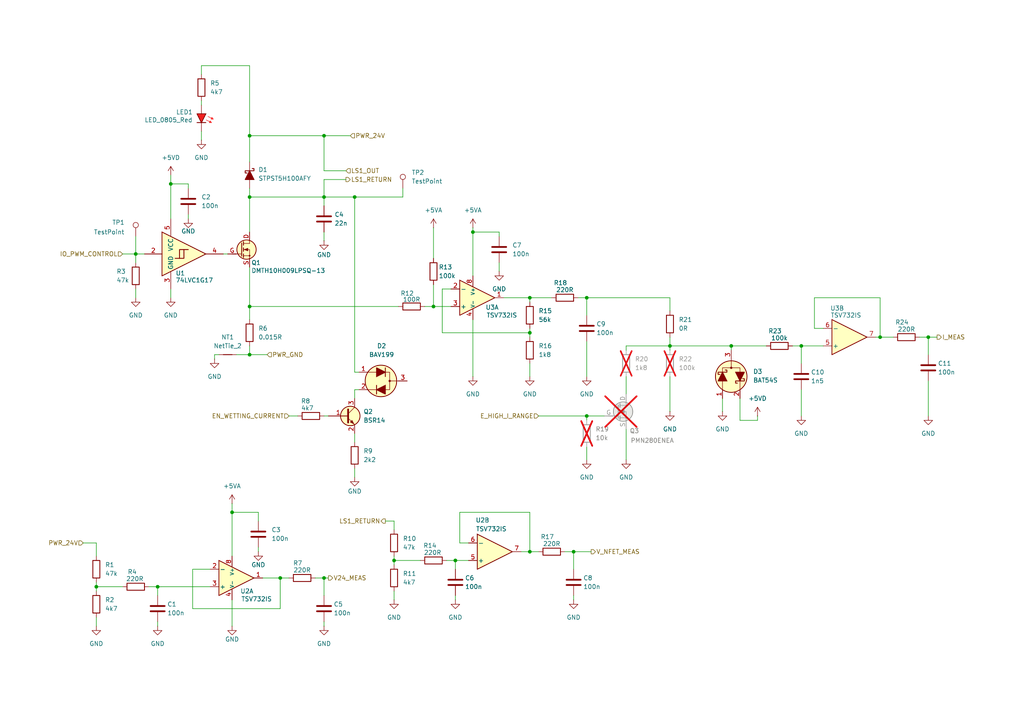
<source format=kicad_sch>
(kicad_sch (version 20231120) (generator "eeschema") (generator_version "8.0")
  (paper "A4")
  (lib_symbols
    (symbol "74xGxx:74LVC1G17"
      (property "Reference" "U" (at 0 3.81 0))
      (property "Value" "74LVC1G17" (at 0 -3.81 0))
      (symbol "74LVC1G17_1_1"
        (pin no_connect line (at -7.62 5.08 180) (length 5.08) hide (name "NC") (number "1"))
        (pin input line (at -12.7 0 0) (length 5.08) (name "~") (number "2"))
        (pin power_in line (at -5.08 -10.16 90) (length 5.08) (name "GND") (number "3"))
        (pin output line (at 10.16 0 180) (length 5.08) (name "~") (number "4"))
        (pin power_in line (at -5.08 10.16 270) (length 5.08) (name "VCC") (number "5"))
      )
    )
    (symbol "Connector:TestPoint" (pin_numbers hide) (pin_names (offset 0.762) hide)
      (property "Reference" "TP" (at 0 6.858 0))
      (property "Value" "TestPoint" (at 0 5.08 0))
      (symbol "TestPoint_1_1"
        (pin passive line (at 0 0 90) (length 2.54) (name "1") (number "1"))
      )
    )
    (symbol "Device:NetTie_2" (pin_numbers hide) (pin_names (offset 0) hide) (in_bom no)
      (property "Reference" "NT" (at 0 1.27 0))
      (property "Value" "NetTie_2" (at 0 -1.27 0))
      (symbol "NetTie_2_1_1"
        (pin passive line (at -2.54 0 0) (length 2.54) (name "1") (number "1"))
        (pin passive line (at 2.54 0 180) (length 2.54) (name "2") (number "2"))
      )
    )
    (symbol "PCM_Amplifier_Operational_AKL:TSV732IS" (pin_names (offset 0.2))
      (property "Reference" "U" (at 1.27 7.62 0))
      (property "Value" "TSV732IS" (at 1.27 5.08 0))
      (symbol "TSV732IS_1_1"
        (pin output line (at 8.89 0 180) (length 2.54) (name "~") (number "1"))
        (pin input line (at -6.35 2.54 0) (length 2.54) (name "-") (number "2"))
        (pin input line (at -6.35 -2.54 0) (length 2.54) (name "+") (number "3"))
        (pin power_in line (at 0 -6.35 90) (length 3.18) (name "V-") (number "4"))
        (pin power_in line (at 0 6.35 270) (length 3.18) (name "V+") (number "8"))
      )
      (symbol "TSV732IS_2_1"
        (pin input line (at -6.35 -2.54 0) (length 2.54) (name "+") (number "5"))
        (pin input line (at -6.35 2.54 0) (length 2.54) (name "-") (number "6"))
        (pin output line (at 8.89 0 180) (length 2.54) (name "~") (number "7"))
      )
    )
    (symbol "PCM_Capacitor_AKL:C_0603" (pin_numbers hide) (pin_names (offset 0.254))
      (property "Reference" "C" (at 0.635 2.54 0))
      (property "Value" "C_0603" (at 0.635 -2.54 0))
      (symbol "C_0603_1_1"
        (pin passive line (at 0 3.81 270) (length 2.794) (name "~") (number "1"))
        (pin passive line (at 0 -3.81 90) (length 2.794) (name "~") (number "2"))
      )
      (symbol "C_0603_1_2"
        (pin passive line (at 2.54 2.54 270) (length 0) (name "~") (number "1"))
        (pin passive line (at -2.54 -2.54 90) (length 0) (name "~") (number "2"))
      )
    )
    (symbol "PCM_Diode_AKL:BAV199" (pin_names (offset 1.016) hide)
      (property "Reference" "D" (at 0 8.89 0))
      (property "Value" "BAV199" (at 0 6.35 0))
      (symbol "BAV199_1_1"
        (pin passive line (at -6.35 2.54 0) (length 2.54) (name "A") (number "1"))
        (pin passive line (at -6.35 -2.54 0) (length 2.54) (name "K") (number "2"))
        (pin passive line (at 7.62 0 180) (length 2.54) (name "C") (number "3"))
      )
      (symbol "BAV199_1_2"
        (pin passive line (at 0 7.62 270) (length 2.54) (name "A") (number "1"))
        (pin passive line (at 0 -7.62 90) (length 2.54) (name "K") (number "2"))
        (pin passive line (at 5.08 0 180) (length 2.54) (name "C") (number "3"))
      )
    )
    (symbol "PCM_Diode_Schottky_AKL:BAT54S" (pin_names (offset 1.016) hide)
      (property "Reference" "D" (at 0 8.89 0))
      (property "Value" "BAT54S" (at 0 6.35 0))
      (symbol "BAT54S_1_1"
        (pin passive line (at -6.35 2.54 0) (length 2.54) (name "A") (number "1"))
        (pin passive line (at -6.35 -2.54 0) (length 2.54) (name "K") (number "2"))
        (pin passive line (at 7.62 0 180) (length 2.54) (name "C") (number "3"))
      )
      (symbol "BAT54S_1_2"
        (pin passive line (at 0 7.62 270) (length 2.54) (name "A") (number "1"))
        (pin passive line (at 0 -7.62 90) (length 2.54) (name "K") (number "2"))
        (pin passive line (at 5.08 0 180) (length 2.54) (name "C") (number "3"))
      )
    )
    (symbol "PCM_LED_AKL:LED_0805_Red" (pin_numbers hide) (pin_names (offset 1.016) hide)
      (property "Reference" "LED" (at 0 7.62 0))
      (property "Value" "LED_0805_Red" (at 0 5.08 0))
      (symbol "LED_0805_Red_1_1"
        (pin passive line (at 3.81 0 180) (length 2.54) (name "K") (number "1"))
        (pin passive line (at -3.81 0 0) (length 2.54) (name "A") (number "2"))
      )
      (symbol "LED_0805_Red_1_2"
        (pin passive line (at 2.54 2.54 180) (length 0) (name "K") (number "1"))
        (pin passive line (at -2.54 -2.54 0) (length 0) (name "A") (number "2"))
      )
    )
    (symbol "PCM_Resistor_AKL:R_0603" (pin_numbers hide) (pin_names (offset 0))
      (property "Reference" "R" (at 2.54 1.27 0))
      (property "Value" "R_0603" (at 2.54 -1.27 0))
      (symbol "R_0603_1_1"
        (pin passive line (at 0 3.81 270) (length 1.27) (name "~") (number "1"))
        (pin passive line (at 0 -3.81 90) (length 1.27) (name "~") (number "2"))
      )
      (symbol "R_0603_1_2"
        (pin passive line (at 2.54 2.54 180) (length 0) (name "") (number "1"))
        (pin passive line (at -2.54 -2.54 0) (length 0) (name "") (number "2"))
      )
    )
    (symbol "PCM_Transistor_BJT_AKL:BSR14" (pin_names hide)
      (property "Reference" "Q" (at 5.08 1.27 0))
      (property "Value" "BSR14" (at 5.08 -1.27 0))
      (symbol "BSR14_1_1"
        (pin input line (at -5.08 0 0) (length 5.715) (name "B") (number "1"))
        (pin passive line (at 2.54 -5.08 90) (length 2.54) (name "E") (number "2"))
        (pin passive line (at 2.54 5.08 270) (length 2.54) (name "C") (number "3"))
      )
    )
    (symbol "athanniss-lib:DMTH10H009LPSQ-13" (pin_names hide)
      (property "Reference" "Q" (at 5.08 1.27 0))
      (property "Value" "DMTH10H009LPSQ-13" (at 5.08 -1.27 0))
      (symbol "DMTH10H009LPSQ-13_1_1"
        (pin passive line (at 2.54 5.08 270) (length 2.54) (name "D") (number "D"))
        (pin input line (at -3.81 -1.27 0) (length 2.54) (name "G") (number "G"))
        (pin passive line (at 2.54 -5.08 90) (length 2.54) (name "S") (number "S"))
      )
    )
    (symbol "athanniss-lib:MFSA1206R0150FCM" (pin_numbers hide) (pin_names (offset 0))
      (property "Reference" "R" (at 2.54 1.27 0))
      (property "Value" "0.015R" (at 2.54 -1.27 0))
      (symbol "MFSA1206R0150FCM_1_1"
        (pin passive line (at 0 3.81 270) (length 1.27) (name "~") (number "1"))
        (pin passive line (at 0 -3.81 90) (length 1.27) (name "~") (number "2"))
      )
      (symbol "MFSA1206R0150FCM_1_2"
        (pin passive line (at 2.54 2.54 180) (length 0) (name "") (number "1"))
        (pin passive line (at -2.54 -2.54 0) (length 0) (name "") (number "2"))
      )
    )
    (symbol "athanniss-lib:PMN280ENEA" (pin_names hide)
      (property "Reference" "Q" (at 5.08 1.27 0))
      (property "Value" "PMN280ENEA" (at 5.08 -1.27 0))
      (symbol "PMN280ENEA_1_1"
        (pin passive line (at 2.54 5.08 270) (length 2.54) (name "D") (number "D"))
        (pin input line (at -3.81 -1.27 0) (length 2.54) (name "G") (number "G"))
        (pin passive line (at 2.54 -5.08 90) (length 2.54) (name "S") (number "S"))
      )
    )
    (symbol "athanniss-lib:STPST5H100AFY" (pin_numbers hide) (pin_names (offset 1.016) hide)
      (property "Reference" "D" (at 0 5.08 0))
      (property "Value" "STPST5H100AFY" (at 0 2.54 0))
      (symbol "STPST5H100AFY_1_1"
        (pin passive line (at 3.81 0 180) (length 2.54) (name "K") (number "1"))
        (pin passive line (at -3.81 0 0) (length 2.54) (name "A") (number "2"))
      )
      (symbol "STPST5H100AFY_1_2"
        (pin passive line (at 2.54 2.54 180) (length 0) (name "K") (number "1"))
        (pin passive line (at -2.54 -2.54 0) (length 0) (name "A") (number "2"))
      )
    )
    (symbol "power:+5VA" (power) (pin_numbers hide) (pin_names (offset 0) hide)
      (property "Value" "+5VA" (at 0 3.556 0))
      (symbol "+5VA_1_1"
        (pin power_in line (at 0 0 90) (length 0) (name "~") (number "1"))
      )
    )
    (symbol "power:+5VD" (power) (pin_numbers hide) (pin_names (offset 0) hide)
      (property "Value" "+5VD" (at 0 3.556 0))
      (symbol "+5VD_1_1"
        (pin power_in line (at 0 0 90) (length 0) (name "~") (number "1"))
      )
    )
    (symbol "power:GND" (power) (pin_numbers hide) (pin_names (offset 0) hide)
      (property "Value" "GND" (at 0 -3.81 0))
      (symbol "GND_1_1"
        (pin power_in line (at 0 0 270) (length 0) (name "~") (number "1"))
      )
    )
  )
  (junction (at 102.87 57.15))
  (junction (at 194.31 100.33))
  (junction (at 114.3 162.56))
  (junction (at 93.98 57.15))
  (junction (at 49.53 53.34))
  (junction (at 166.37 160.02))
  (junction (at 45.72 170.18))
  (junction (at 93.98 39.37))
  (junction (at 72.39 88.9))
  (junction (at 72.39 102.87))
  (junction (at 125.73 88.9))
  (junction (at 212.09 100.33))
  (junction (at 153.67 86.36))
  (junction (at 153.67 96.52))
  (junction (at 67.31 148.59))
  (junction (at 132.08 162.56))
  (junction (at 232.41 100.33))
  (junction (at 39.37 73.66))
  (junction (at 93.98 167.64))
  (junction (at 269.24 97.79))
  (junction (at 27.94 170.18))
  (junction (at 255.27 97.79))
  (junction (at 72.39 57.15))
  (junction (at 72.39 39.37))
  (junction (at 170.18 86.36))
  (junction (at 153.67 160.02))
  (junction (at 81.28 167.64))
  (junction (at 137.16 67.31))
  (junction (at 170.18 120.65))
  (wire (pts (xy 269.24 110.49) (xy 269.24 120.65)))
  (wire (pts (xy 255.27 97.79) (xy 259.08 97.79)))
  (wire (pts (xy 236.22 86.36) (xy 255.27 86.36)))
  (wire (pts (xy 212.09 100.33) (xy 212.09 101.6)))
  (wire (pts (xy 111.76 151.13) (xy 114.3 151.13)))
  (wire (pts (xy 74.93 151.13) (xy 74.93 148.59)))
  (wire (pts (xy 102.87 57.15) (xy 102.87 107.95)))
  (wire (pts (xy 170.18 120.65) (xy 170.18 121.92)))
  (wire (pts (xy 39.37 73.66) (xy 39.37 76.2)))
  (wire (pts (xy 49.53 83.82) (xy 49.53 86.36)))
  (wire (pts (xy 153.67 96.52) (xy 153.67 97.79)))
  (wire (pts (xy 93.98 67.31) (xy 93.98 69.85)))
  (wire (pts (xy 130.81 83.82) (xy 128.27 83.82)))
  (wire (pts (xy 269.24 97.79) (xy 269.24 102.87)))
  (wire (pts (xy 72.39 100.33) (xy 72.39 102.87)))
  (wire (pts (xy 60.96 165.1) (xy 55.88 165.1)))
  (wire (pts (xy 132.08 162.56) (xy 135.89 162.56)))
  (wire (pts (xy 236.22 95.25) (xy 236.22 86.36)))
  (wire (pts (xy 232.41 100.33) (xy 238.76 100.33)))
  (wire (pts (xy 133.35 157.48) (xy 133.35 148.59)))
  (wire (pts (xy 24.13 157.48) (xy 27.94 157.48)))
  (wire (pts (xy 167.64 86.36) (xy 170.18 86.36)))
  (wire (pts (xy 146.05 86.36) (xy 153.67 86.36)))
  (wire (pts (xy 72.39 88.9) (xy 115.57 88.9)))
  (wire (pts (xy 54.61 54.61) (xy 54.61 53.34)))
  (wire (pts (xy 194.31 97.79) (xy 194.31 100.33)))
  (wire (pts (xy 255.27 97.79) (xy 254 97.79)))
  (wire (pts (xy 114.3 161.29) (xy 114.3 162.56)))
  (wire (pts (xy 125.73 66.04) (xy 125.73 74.93)))
  (wire (pts (xy 132.08 162.56) (xy 132.08 165.1)))
  (wire (pts (xy 194.31 86.36) (xy 194.31 90.17)))
  (wire (pts (xy 116.84 54.61) (xy 116.84 57.15)))
  (wire (pts (xy 67.31 148.59) (xy 67.31 161.29)))
  (wire (pts (xy 45.72 170.18) (xy 60.96 170.18)))
  (wire (pts (xy 62.23 102.87) (xy 62.23 104.14)))
  (wire (pts (xy 212.09 100.33) (xy 194.31 100.33)))
  (wire (pts (xy 214.63 121.92) (xy 219.71 121.92)))
  (wire (pts (xy 137.16 67.31) (xy 137.16 80.01)))
  (wire (pts (xy 81.28 176.53) (xy 81.28 167.64)))
  (wire (pts (xy 125.73 82.55) (xy 125.73 88.9)))
  (wire (pts (xy 63.5 102.87) (xy 62.23 102.87)))
  (wire (pts (xy 72.39 88.9) (xy 72.39 92.71)))
  (wire (pts (xy 27.94 170.18) (xy 35.56 170.18)))
  (wire (pts (xy 93.98 39.37) (xy 72.39 39.37)))
  (wire (pts (xy 58.42 38.1) (xy 58.42 40.64)))
  (wire (pts (xy 137.16 67.31) (xy 144.78 67.31)))
  (wire (pts (xy 27.94 168.91) (xy 27.94 170.18)))
  (wire (pts (xy 153.67 86.36) (xy 160.02 86.36)))
  (wire (pts (xy 128.27 96.52) (xy 153.67 96.52)))
  (wire (pts (xy 153.67 95.25) (xy 153.67 96.52)))
  (wire (pts (xy 153.67 160.02) (xy 156.21 160.02)))
  (wire (pts (xy 266.7 97.79) (xy 269.24 97.79)))
  (wire (pts (xy 49.53 53.34) (xy 54.61 53.34)))
  (wire (pts (xy 181.61 109.22) (xy 181.61 114.3)))
  (wire (pts (xy 132.08 172.72) (xy 132.08 173.99)))
  (wire (pts (xy 39.37 68.58) (xy 39.37 73.66)))
  (wire (pts (xy 72.39 102.87) (xy 77.47 102.87)))
  (wire (pts (xy 269.24 97.79) (xy 271.78 97.79)))
  (wire (pts (xy 229.87 100.33) (xy 232.41 100.33)))
  (wire (pts (xy 175.26 120.65) (xy 170.18 120.65)))
  (wire (pts (xy 114.3 162.56) (xy 114.3 163.83)))
  (wire (pts (xy 55.88 165.1) (xy 55.88 176.53)))
  (wire (pts (xy 222.25 100.33) (xy 212.09 100.33)))
  (wire (pts (xy 170.18 129.54) (xy 170.18 133.35)))
  (wire (pts (xy 129.54 162.56) (xy 132.08 162.56)))
  (wire (pts (xy 219.71 121.92) (xy 219.71 120.65)))
  (wire (pts (xy 135.89 157.48) (xy 133.35 157.48)))
  (wire (pts (xy 27.94 157.48) (xy 27.94 161.29)))
  (wire (pts (xy 102.87 135.89) (xy 102.87 138.43)))
  (wire (pts (xy 163.83 160.02) (xy 166.37 160.02)))
  (wire (pts (xy 72.39 102.87) (xy 68.58 102.87)))
  (wire (pts (xy 133.35 148.59) (xy 153.67 148.59)))
  (wire (pts (xy 102.87 125.73) (xy 102.87 128.27)))
  (wire (pts (xy 39.37 73.66) (xy 41.91 73.66)))
  (wire (pts (xy 156.21 120.65) (xy 170.18 120.65)))
  (wire (pts (xy 123.19 88.9) (xy 125.73 88.9)))
  (wire (pts (xy 93.98 57.15) (xy 93.98 59.69)))
  (wire (pts (xy 72.39 39.37) (xy 72.39 46.99)))
  (wire (pts (xy 43.18 170.18) (xy 45.72 170.18)))
  (wire (pts (xy 170.18 86.36) (xy 194.31 86.36)))
  (wire (pts (xy 153.67 148.59) (xy 153.67 160.02)))
  (wire (pts (xy 238.76 95.25) (xy 236.22 95.25)))
  (wire (pts (xy 27.94 170.18) (xy 27.94 171.45)))
  (wire (pts (xy 58.42 19.05) (xy 72.39 19.05)))
  (wire (pts (xy 194.31 109.22) (xy 194.31 119.38)))
  (wire (pts (xy 72.39 57.15) (xy 72.39 67.31)))
  (wire (pts (xy 102.87 107.95) (xy 104.14 107.95)))
  (wire (pts (xy 166.37 160.02) (xy 171.45 160.02)))
  (wire (pts (xy 181.61 100.33) (xy 181.61 101.6)))
  (wire (pts (xy 102.87 57.15) (xy 116.84 57.15)))
  (wire (pts (xy 166.37 160.02) (xy 166.37 165.1)))
  (wire (pts (xy 153.67 86.36) (xy 153.67 87.63)))
  (wire (pts (xy 170.18 86.36) (xy 170.18 91.44)))
  (wire (pts (xy 125.73 88.9) (xy 130.81 88.9)))
  (wire (pts (xy 49.53 53.34) (xy 49.53 63.5)))
  (wire (pts (xy 27.94 179.07) (xy 27.94 181.61)))
  (wire (pts (xy 93.98 167.64) (xy 95.25 167.64)))
  (wire (pts (xy 102.87 113.03) (xy 102.87 115.57)))
  (wire (pts (xy 144.78 76.2) (xy 144.78 78.74)))
  (wire (pts (xy 93.98 180.34) (xy 93.98 181.61)))
  (wire (pts (xy 55.88 176.53) (xy 81.28 176.53)))
  (wire (pts (xy 54.61 62.23) (xy 54.61 63.5)))
  (wire (pts (xy 58.42 21.59) (xy 58.42 19.05)))
  (wire (pts (xy 58.42 29.21) (xy 58.42 30.48)))
  (wire (pts (xy 166.37 172.72) (xy 166.37 173.99)))
  (wire (pts (xy 72.39 57.15) (xy 93.98 57.15)))
  (wire (pts (xy 114.3 171.45) (xy 114.3 173.99)))
  (wire (pts (xy 209.55 115.57) (xy 209.55 119.38)))
  (wire (pts (xy 114.3 162.56) (xy 121.92 162.56)))
  (wire (pts (xy 74.93 158.75) (xy 74.93 160.02)))
  (wire (pts (xy 72.39 77.47) (xy 72.39 88.9)))
  (wire (pts (xy 64.77 73.66) (xy 66.04 73.66)))
  (wire (pts (xy 114.3 151.13) (xy 114.3 153.67)))
  (wire (pts (xy 194.31 100.33) (xy 194.31 101.6)))
  (wire (pts (xy 255.27 86.36) (xy 255.27 97.79)))
  (wire (pts (xy 93.98 167.64) (xy 93.98 172.72)))
  (wire (pts (xy 93.98 52.07) (xy 93.98 57.15)))
  (wire (pts (xy 93.98 49.53) (xy 100.33 49.53)))
  (wire (pts (xy 49.53 50.8) (xy 49.53 53.34)))
  (wire (pts (xy 93.98 120.65) (xy 95.25 120.65)))
  (wire (pts (xy 128.27 83.82) (xy 128.27 96.52)))
  (wire (pts (xy 81.28 167.64) (xy 83.82 167.64)))
  (wire (pts (xy 72.39 54.61) (xy 72.39 57.15)))
  (wire (pts (xy 194.31 100.33) (xy 181.61 100.33)))
  (wire (pts (xy 67.31 146.05) (xy 67.31 148.59)))
  (wire (pts (xy 93.98 57.15) (xy 102.87 57.15)))
  (wire (pts (xy 101.6 39.37) (xy 93.98 39.37)))
  (wire (pts (xy 83.82 120.65) (xy 86.36 120.65)))
  (wire (pts (xy 100.33 52.07) (xy 93.98 52.07)))
  (wire (pts (xy 104.14 113.03) (xy 102.87 113.03)))
  (wire (pts (xy 214.63 115.57) (xy 214.63 121.92)))
  (wire (pts (xy 232.41 100.33) (xy 232.41 105.41)))
  (wire (pts (xy 232.41 113.03) (xy 232.41 120.65)))
  (wire (pts (xy 35.56 73.66) (xy 39.37 73.66)))
  (wire (pts (xy 67.31 173.99) (xy 67.31 181.61)))
  (wire (pts (xy 93.98 39.37) (xy 93.98 49.53)))
  (wire (pts (xy 181.61 124.46) (xy 181.61 133.35)))
  (wire (pts (xy 72.39 19.05) (xy 72.39 39.37)))
  (wire (pts (xy 137.16 66.04) (xy 137.16 67.31)))
  (wire (pts (xy 144.78 67.31) (xy 144.78 68.58)))
  (wire (pts (xy 170.18 99.06) (xy 170.18 109.22)))
  (wire (pts (xy 153.67 105.41) (xy 153.67 109.22)))
  (wire (pts (xy 91.44 167.64) (xy 93.98 167.64)))
  (wire (pts (xy 45.72 170.18) (xy 45.72 172.72)))
  (wire (pts (xy 45.72 180.34) (xy 45.72 181.61)))
  (wire (pts (xy 74.93 148.59) (xy 67.31 148.59)))
  (wire (pts (xy 81.28 167.64) (xy 76.2 167.64)))
  (wire (pts (xy 137.16 92.71) (xy 137.16 109.22)))
  (wire (pts (xy 153.67 160.02) (xy 151.13 160.02)))
  (wire (pts (xy 39.37 83.82) (xy 39.37 86.36)))
  (hierarchical_label "E_HIGH_I_RANGE" (shape input) (at 156.21 120.65 180))
  (hierarchical_label "LS1_OUT" (shape input) (at 100.33 49.53 0))
  (hierarchical_label "LS1_RETURN" (shape output) (at 111.76 151.13 180))
  (hierarchical_label "PWR_GND" (shape input) (at 77.47 102.87 0))
  (hierarchical_label "LS1_RETURN" (shape output) (at 100.33 52.07 0))
  (hierarchical_label "PWR_24V" (shape input) (at 101.6 39.37 0))
  (hierarchical_label "V24_MEAS" (shape output) (at 95.25 167.64 0))
  (hierarchical_label "EN_WETTING_CURRENT" (shape input) (at 83.82 120.65 180))
  (hierarchical_label "PWR_24V" (shape input) (at 24.13 157.48 180))
  (hierarchical_label "V_NFET_MEAS" (shape output) (at 171.45 160.02 0))
  (hierarchical_label "I_MEAS" (shape output) (at 271.78 97.79 0))
  (hierarchical_label "IO_PWM_CONTROL" (shape input) (at 35.56 73.66 180))
  (symbol (lib_id "power:GND") (at 62.23 104.14 0) (unit 1)
    (property "Reference" "#PWR08" (effects (hide yes)))
    (property "Value" "GND" (at 62.23 109.22 0))
    (property "Description" "Power symbol creates a global label with name \"GND\" , ground" (effects (hide yes)))
  )
  (symbol (lib_id "PCM_Capacitor_AKL:C_0603") (at 93.98 63.5 0) (unit 1)
    (property "Reference" "C4" (at 97.028 62.23 0) (effects (justify left)))
    (property "Value" "22n" (at 97.028 64.77 0) (effects (justify left)))
    (property "Footprint" "PCM_Capacitor_SMD_AKL:C_0603_1608Metric" (effects (hide yes)))
    (property "Description" "SMD 0603 MLCC capacitor, Alternate KiCad Library" (effects (hide yes)))
  )
  (symbol (lib_id "PCM_Amplifier_Operational_AKL:TSV732IS") (at 142.24 160.02 0) (unit 2)
    (property "Reference" "U2" (at 139.954 150.876 0))
    (property "Value" "TSV732IS" (at 142.494 153.416 0))
    (property "Footprint" "PCM_Package_SO_AKL:MSOP-8_3x3mm_P0.65mm" (effects (hide yes)))
    (property "Datasheet" "https://www.st.com/resource/en/datasheet/tsv731.pdf" (effects (hide yes)))
    (property "Description" "MSOP-8 Dual CMOS Precision Low Power RRIO Operational Amplifier, 200μV Offset, 4.5μV/°C Drift, 900kHz GBW, Alternate KiCAD Library" (effects (hide yes)))
    (property "Mfg. Part Number" "TSV732IST" (effects (hide yes)))
  )
  (symbol (lib_id "PCM_Capacitor_AKL:C_0603") (at 269.24 106.68 0) (unit 1)
    (property "Reference" "C11" (at 272.034 105.41 0) (effects (justify left)))
    (property "Value" "100n" (at 272.034 107.95 0) (effects (justify left)))
    (property "Footprint" "PCM_Capacitor_SMD_AKL:C_0603_1608Metric" (effects (hide yes)))
    (property "Description" "SMD 0603 MLCC capacitor, Alternate KiCad Library" (effects (hide yes)))
  )
  (symbol (lib_id "athanniss-lib:MFSA1206R0150FCM") (at 72.39 96.52 0) (unit 1)
    (property "Reference" "R6" (at 74.93 95.2499 0) (effects (justify left)))
    (property "Value" "0.015R" (at 74.93 97.7899 0) (effects (justify left)))
    (property "Footprint" "PCM_Resistor_SMD_AKL:R_1206_3216Metric" (effects (hide yes)))
    (property "Datasheet" "https://www.eaton.com/content/dam/eaton/products/electronic-components/resources/data-sheet/eaton-mfsa-automotive-smd-current-sense-resistor-metal-foil-data-sheet-elx1180.pdf" (effects (hide yes)))
    (property "Description" "SMD 1206 Chip Resistor, European Symbol, Alternate KiCad Library" (effects (hide yes)))
    (property "Mfg. Part Number" "MFSA1206R0150FCM" (effects (hide yes)))
  )
  (symbol (lib_id "PCM_Capacitor_AKL:C_0603") (at 132.08 168.91 0) (unit 1)
    (property "Reference" "C6" (at 134.874 167.64 0) (effects (justify left)))
    (property "Value" "100n" (at 134.874 170.18 0) (effects (justify left)))
    (property "Footprint" "PCM_Capacitor_SMD_AKL:C_0603_1608Metric" (effects (hide yes)))
    (property "Description" "SMD 0603 MLCC capacitor, Alternate KiCad Library" (effects (hide yes)))
  )
  (symbol (lib_id "power:GND") (at 27.94 181.61 0) (unit 1)
    (property "Reference" "#PWR01" (effects (hide yes)))
    (property "Value" "GND" (at 27.94 186.69 0))
    (property "Description" "Power symbol creates a global label with name \"GND\" , ground" (effects (hide yes)))
  )
  (symbol (lib_id "PCM_Resistor_AKL:R_0603") (at 114.3 157.48 0) (unit 1)
    (property "Reference" "R10" (at 116.84 156.2099 0) (effects (justify left)))
    (property "Value" "47k" (at 116.84 158.7499 0) (effects (justify left)))
    (property "Footprint" "PCM_Resistor_SMD_AKL:R_0603_1608Metric" (effects (hide yes)))
    (property "Description" "SMD 0603 Chip Resistor, European Symbol, Alternate KiCad Library" (effects (hide yes)))
  )
  (symbol (lib_id "PCM_Resistor_AKL:R_0603") (at 87.63 167.64 90) (unit 1)
    (property "Reference" "R7" (at 86.36 163.322 90))
    (property "Value" "220R" (at 87.63 165.354 90))
    (property "Footprint" "PCM_Resistor_SMD_AKL:R_0603_1608Metric" (effects (hide yes)))
    (property "Description" "SMD 0603 Chip Resistor, European Symbol, Alternate KiCad Library" (effects (hide yes)))
  )
  (symbol (lib_id "PCM_Resistor_AKL:R_0603") (at 39.37 80.01 0) (unit 1)
    (property "Reference" "R3" (at 33.782 78.74 0) (effects (justify left)))
    (property "Value" "47k" (at 33.782 81.28 0) (effects (justify left)))
    (property "Footprint" "PCM_Resistor_SMD_AKL:R_0603_1608Metric" (effects (hide yes)))
    (property "Description" "SMD 0603 Chip Resistor, European Symbol, Alternate KiCad Library" (effects (hide yes)))
  )
  (symbol (lib_id "PCM_Resistor_AKL:R_0603") (at 226.06 100.33 90) (unit 1)
    (property "Reference" "R23" (at 224.79 96.012 90))
    (property "Value" "100k" (at 226.06 98.044 90))
    (property "Footprint" "PCM_Resistor_SMD_AKL:R_0603_1608Metric" (effects (hide yes)))
    (property "Description" "SMD 0603 Chip Resistor, European Symbol, Alternate KiCad Library" (effects (hide yes)))
  )
  (symbol (lib_id "power:GND") (at 232.41 120.65 0) (unit 1)
    (property "Reference" "#PWR029" (effects (hide yes)))
    (property "Value" "GND" (at 232.41 125.73 0))
    (property "Description" "Power symbol creates a global label with name \"GND\" , ground" (effects (hide yes)))
  )
  (symbol (lib_id "power:GND") (at 114.3 173.99 0) (unit 1)
    (property "Reference" "#PWR015" (effects (hide yes)))
    (property "Value" "GND" (at 114.3 179.07 0))
    (property "Description" "Power symbol creates a global label with name \"GND\" , ground" (effects (hide yes)))
  )
  (symbol (lib_id "PCM_Resistor_AKL:R_0603") (at 262.89 97.79 90) (unit 1)
    (property "Reference" "R24" (at 261.62 93.472 90))
    (property "Value" "220R" (at 262.89 95.504 90))
    (property "Footprint" "PCM_Resistor_SMD_AKL:R_0603_1608Metric" (effects (hide yes)))
    (property "Description" "SMD 0603 Chip Resistor, European Symbol, Alternate KiCad Library" (effects (hide yes)))
  )
  (symbol (lib_id "PCM_Resistor_AKL:R_0603") (at 160.02 160.02 90) (unit 1)
    (property "Reference" "R17" (at 158.75 155.702 90))
    (property "Value" "220R" (at 160.02 157.734 90))
    (property "Footprint" "PCM_Resistor_SMD_AKL:R_0603_1608Metric" (effects (hide yes)))
    (property "Description" "SMD 0603 Chip Resistor, European Symbol, Alternate KiCad Library" (effects (hide yes)))
  )
  (symbol (lib_id "power:GND") (at 67.31 181.61 0) (unit 1)
    (property "Reference" "#PWR010" (effects (hide yes)))
    (property "Value" "GND" (at 67.31 185.42 0))
    (property "Description" "Power symbol creates a global label with name \"GND\" , ground" (effects (hide yes)))
  )
  (symbol (lib_id "power:GND") (at 209.55 119.38 0) (unit 1)
    (property "Reference" "#PWR027" (effects (hide yes)))
    (property "Value" "GND" (at 209.55 124.46 0))
    (property "Description" "Power symbol creates a global label with name \"GND\" , ground" (effects (hide yes)))
  )
  (symbol (lib_id "power:GND") (at 93.98 69.85 0) (unit 1)
    (property "Reference" "#PWR012" (effects (hide yes)))
    (property "Value" "GND" (at 93.98 73.914 0))
    (property "Description" "Power symbol creates a global label with name \"GND\" , ground" (effects (hide yes)))
  )
  (symbol (lib_id "PCM_Resistor_AKL:R_0603") (at 125.73 162.56 90) (unit 1)
    (property "Reference" "R14" (at 124.714 158.242 90))
    (property "Value" "220R" (at 125.476 160.274 90))
    (property "Footprint" "PCM_Resistor_SMD_AKL:R_0603_1608Metric" (effects (hide yes)))
    (property "Description" "SMD 0603 Chip Resistor, European Symbol, Alternate KiCad Library" (effects (hide yes)))
  )
  (symbol (lib_id "PCM_Amplifier_Operational_AKL:TSV732IS") (at 137.16 86.36 0) (unit 1)
    (property "Reference" "U3" (at 142.748 89.154 0))
    (property "Value" "TSV732IS" (at 145.542 91.44 0))
    (property "Footprint" "PCM_Package_SO_AKL:MSOP-8_3x3mm_P0.65mm" (effects (hide yes)))
    (property "Datasheet" "https://www.st.com/resource/en/datasheet/tsv731.pdf" (effects (hide yes)))
    (property "Description" "MSOP-8 Dual CMOS Precision Low Power RRIO Operational Amplifier, 200μV Offset, 4.5μV/°C Drift, 900kHz GBW, Alternate KiCAD Library" (effects (hide yes)))
    (property "Mfg. Part Number" "TSV732IST" (effects (hide yes)))
  )
  (symbol (lib_id "power:GND") (at 181.61 133.35 0) (unit 1)
    (property "Reference" "#PWR025" (effects (hide yes)))
    (property "Value" "GND" (at 181.61 138.43 0))
    (property "Description" "Power symbol creates a global label with name \"GND\" , ground" (effects (hide yes)))
  )
  (symbol (lib_id "Device:NetTie_2") (at 66.04 102.87 0) (unit 1) (in_bom no)
    (property "Reference" "NT1" (at 66.04 97.79 0))
    (property "Value" "NetTie_2" (at 66.04 100.33 0))
    (property "Footprint" "NetTie:NetTie-2_THT_Pad0.3mm" (effects (hide yes)))
    (property "Description" "Net tie, 2 pins" (effects (hide yes)))
  )
  (symbol (lib_id "power:GND") (at 144.78 78.74 0) (unit 1)
    (property "Reference" "#PWR020" (effects (hide yes)))
    (property "Value" "GND" (at 144.78 83.82 0))
    (property "Description" "Power symbol creates a global label with name \"GND\" , ground" (effects (hide yes)))
  )
  (symbol (lib_id "PCM_Resistor_AKL:R_0603") (at 170.18 125.73 0) (unit 1) (in_bom no) (dnp yes)
    (property "Reference" "R19" (at 172.72 124.4599 0) (effects (justify left)))
    (property "Value" "10k" (at 172.72 126.9999 0) (effects (justify left)))
    (property "Footprint" "PCM_Resistor_SMD_AKL:R_0603_1608Metric" (effects (hide yes)))
    (property "Description" "SMD 0603 Chip Resistor, European Symbol, Alternate KiCad Library" (effects (hide yes)))
  )
  (symbol (lib_id "PCM_Capacitor_AKL:C_0603") (at 45.72 176.53 0) (unit 1)
    (property "Reference" "C1" (at 48.514 175.26 0) (effects (justify left)))
    (property "Value" "100n" (at 48.514 177.8 0) (effects (justify left)))
    (property "Footprint" "PCM_Capacitor_SMD_AKL:C_0603_1608Metric" (effects (hide yes)))
    (property "Description" "SMD 0603 MLCC capacitor, Alternate KiCad Library" (effects (hide yes)))
  )
  (symbol (lib_id "PCM_Resistor_AKL:R_0603") (at 163.83 86.36 90) (unit 1)
    (property "Reference" "R18" (at 162.56 82.042 90))
    (property "Value" "220R" (at 163.83 84.074 90))
    (property "Footprint" "PCM_Resistor_SMD_AKL:R_0603_1608Metric" (effects (hide yes)))
    (property "Description" "SMD 0603 Chip Resistor, European Symbol, Alternate KiCad Library" (effects (hide yes)))
  )
  (symbol (lib_id "PCM_Capacitor_AKL:C_0603") (at 93.98 176.53 0) (unit 1)
    (property "Reference" "C5" (at 96.774 175.26 0) (effects (justify left)))
    (property "Value" "100n" (at 96.774 177.8 0) (effects (justify left)))
    (property "Footprint" "PCM_Capacitor_SMD_AKL:C_0603_1608Metric" (effects (hide yes)))
    (property "Description" "SMD 0603 MLCC capacitor, Alternate KiCad Library" (effects (hide yes)))
  )
  (symbol (lib_id "power:GND") (at 269.24 120.65 0) (unit 1)
    (property "Reference" "#PWR030" (effects (hide yes)))
    (property "Value" "GND" (at 269.24 125.73 0))
    (property "Description" "Power symbol creates a global label with name \"GND\" , ground" (effects (hide yes)))
  )
  (symbol (lib_id "PCM_Capacitor_AKL:C_0603") (at 166.37 168.91 0) (unit 1)
    (property "Reference" "C8" (at 169.164 167.64 0) (effects (justify left)))
    (property "Value" "100n" (at 169.164 170.18 0) (effects (justify left)))
    (property "Footprint" "PCM_Capacitor_SMD_AKL:C_0603_1608Metric" (effects (hide yes)))
    (property "Description" "SMD 0603 MLCC capacitor, Alternate KiCad Library" (effects (hide yes)))
  )
  (symbol (lib_id "PCM_Resistor_AKL:R_0603") (at 119.38 88.9 90) (unit 1)
    (property "Reference" "R12" (at 118.11 85.09 90))
    (property "Value" "100R" (at 119.38 86.868 90))
    (property "Footprint" "PCM_Resistor_SMD_AKL:R_0603_1608Metric" (effects (hide yes)))
    (property "Description" "SMD 0603 Chip Resistor, European Symbol, Alternate KiCad Library" (effects (hide yes)))
  )
  (symbol (lib_id "power:GND") (at 58.42 40.64 0) (unit 1)
    (property "Reference" "#PWR07" (effects (hide yes)))
    (property "Value" "GND" (at 58.42 45.72 0))
    (property "Description" "Power symbol creates a global label with name \"GND\" , ground" (effects (hide yes)))
  )
  (symbol (lib_id "PCM_Resistor_AKL:R_0603") (at 125.73 78.74 180) (unit 1)
    (property "Reference" "R13" (at 127.254 77.47 0) (effects (justify right)))
    (property "Value" "100k" (at 127.254 80.01 0) (effects (justify right)))
    (property "Footprint" "PCM_Resistor_SMD_AKL:R_0603_1608Metric" (effects (hide yes)))
    (property "Description" "SMD 0603 Chip Resistor, European Symbol, Alternate KiCad Library" (effects (hide yes)))
  )
  (symbol (lib_id "PCM_Amplifier_Operational_AKL:TSV732IS") (at 67.31 167.64 0) (unit 1)
    (property "Reference" "U2" (at 71.628 171.45 0))
    (property "Value" "TSV732IS" (at 74.422 173.736 0))
    (property "Footprint" "PCM_Package_SO_AKL:MSOP-8_3x3mm_P0.65mm" (effects (hide yes)))
    (property "Datasheet" "https://www.st.com/resource/en/datasheet/tsv731.pdf" (effects (hide yes)))
    (property "Description" "MSOP-8 Dual CMOS Precision Low Power RRIO Operational Amplifier, 200μV Offset, 4.5μV/°C Drift, 900kHz GBW, Alternate KiCAD Library" (effects (hide yes)))
    (property "Mfg. Part Number" "TSV732IST" (effects (hide yes)))
  )
  (symbol (lib_id "PCM_Resistor_AKL:R_0603") (at 58.42 25.4 0) (unit 1)
    (property "Reference" "R5" (at 60.96 24.1299 0) (effects (justify left)))
    (property "Value" "4k7" (at 60.96 26.6699 0) (effects (justify left)))
    (property "Footprint" "PCM_Resistor_SMD_AKL:R_0603_1608Metric" (effects (hide yes)))
    (property "Description" "SMD 0603 Chip Resistor, European Symbol, Alternate KiCad Library" (effects (hide yes)))
  )
  (symbol (lib_id "PCM_Capacitor_AKL:C_0603") (at 54.61 58.42 0) (unit 1)
    (property "Reference" "C2" (at 58.42 57.1499 0) (effects (justify left)))
    (property "Value" "100n" (at 58.42 59.6899 0) (effects (justify left)))
    (property "Footprint" "PCM_Capacitor_SMD_AKL:C_0603_1608Metric" (effects (hide yes)))
    (property "Description" "SMD 0603 MLCC capacitor, Alternate KiCad Library" (effects (hide yes)))
  )
  (symbol (lib_id "PCM_Resistor_AKL:R_0603") (at 114.3 167.64 0) (unit 1)
    (property "Reference" "R11" (at 116.84 166.3699 0) (effects (justify left)))
    (property "Value" "4k7" (at 116.84 168.9099 0) (effects (justify left)))
    (property "Footprint" "PCM_Resistor_SMD_AKL:R_0603_1608Metric" (effects (hide yes)))
    (property "Description" "SMD 0603 Chip Resistor, European Symbol, Alternate KiCad Library" (effects (hide yes)))
  )
  (symbol (lib_id "power:+5VD") (at 49.53 50.8 0) (unit 1)
    (property "Reference" "#PWR04" (effects (hide yes)))
    (property "Value" "+5VD" (at 49.53 45.72 0))
    (property "Description" "Power symbol creates a global label with name \"+5VD\"" (effects (hide yes)))
  )
  (symbol (lib_id "PCM_Resistor_AKL:R_0603") (at 39.37 170.18 90) (unit 1)
    (property "Reference" "R4" (at 38.354 165.862 90))
    (property "Value" "220R" (at 39.116 167.894 90))
    (property "Footprint" "PCM_Resistor_SMD_AKL:R_0603_1608Metric" (effects (hide yes)))
    (property "Description" "SMD 0603 Chip Resistor, European Symbol, Alternate KiCad Library" (effects (hide yes)))
  )
  (symbol (lib_id "power:GND") (at 49.53 86.36 0) (unit 1)
    (property "Reference" "#PWR05" (effects (hide yes)))
    (property "Value" "GND" (at 49.53 91.44 0))
    (property "Description" "Power symbol creates a global label with name \"GND\" , ground" (effects (hide yes)))
  )
  (symbol (lib_id "power:GND") (at 137.16 109.22 0) (unit 1)
    (property "Reference" "#PWR019" (effects (hide yes)))
    (property "Value" "GND" (at 137.16 114.3 0))
    (property "Description" "Power symbol creates a global label with name \"GND\" , ground" (effects (hide yes)))
  )
  (symbol (lib_id "power:GND") (at 93.98 181.61 0) (unit 1)
    (property "Reference" "#PWR013" (effects (hide yes)))
    (property "Value" "GND" (at 93.98 186.69 0))
    (property "Description" "Power symbol creates a global label with name \"GND\" , ground" (effects (hide yes)))
  )
  (symbol (lib_id "PCM_Capacitor_AKL:C_0603") (at 74.93 154.94 0) (unit 1)
    (property "Reference" "C3" (at 78.74 153.6699 0) (effects (justify left)))
    (property "Value" "100n" (at 78.74 156.2099 0) (effects (justify left)))
    (property "Footprint" "PCM_Capacitor_SMD_AKL:C_0603_1608Metric" (effects (hide yes)))
    (property "Description" "SMD 0603 MLCC capacitor, Alternate KiCad Library" (effects (hide yes)))
  )
  (symbol (lib_id "PCM_Capacitor_AKL:C_0603") (at 232.41 109.22 0) (unit 1)
    (property "Reference" "C10" (at 235.204 107.95 0) (effects (justify left)))
    (property "Value" "1n5" (at 235.204 110.49 0) (effects (justify left)))
    (property "Footprint" "PCM_Capacitor_SMD_AKL:C_0603_1608Metric" (effects (hide yes)))
    (property "Description" "SMD 0603 MLCC capacitor, Alternate KiCad Library" (effects (hide yes)))
  )
  (symbol (lib_id "PCM_Resistor_AKL:R_0603") (at 27.94 165.1 0) (unit 1)
    (property "Reference" "R1" (at 30.48 163.8299 0) (effects (justify left)))
    (property "Value" "47k" (at 30.48 166.3699 0) (effects (justify left)))
    (property "Footprint" "PCM_Resistor_SMD_AKL:R_0603_1608Metric" (effects (hide yes)))
    (property "Description" "SMD 0603 Chip Resistor, European Symbol, Alternate KiCad Library" (effects (hide yes)))
  )
  (symbol (lib_id "PCM_Transistor_BJT_AKL:BSR14") (at 100.33 120.65 0) (unit 1)
    (property "Reference" "Q2" (at 105.41 119.3799 0) (effects (justify left)))
    (property "Value" "BSR14" (at 105.41 121.9199 0) (effects (justify left)))
    (property "Footprint" "PCM_Package_TO_SOT_SMD_AKL:SOT-23" (effects (hide yes)))
    (property "Datasheet" "https://www.tme.eu/Document/6b3132a25cc0d4b7554b18c6c7db84c7/BSR14.215.pdf" (effects (hide yes)))
    (property "Description" "NPN SOT-23 transistor, 40V, 800mA, 250mW, Alternate KiCAD Library" (effects (hide yes)))
    (property "Mfg. Part Number" "BSR14" (effects (hide yes)))
  )
  (symbol (lib_id "PCM_Capacitor_AKL:C_0603") (at 170.18 95.25 0) (unit 1)
    (property "Reference" "C9" (at 172.974 93.98 0) (effects (justify left)))
    (property "Value" "100n" (at 172.974 96.52 0) (effects (justify left)))
    (property "Footprint" "PCM_Capacitor_SMD_AKL:C_0603_1608Metric" (effects (hide yes)))
    (property "Description" "SMD 0603 MLCC capacitor, Alternate KiCad Library" (effects (hide yes)))
  )
  (symbol (lib_id "Connector:TestPoint") (at 116.84 54.61 0) (unit 1)
    (property "Reference" "TP2" (at 119.38 50.0379 0) (effects (justify left)))
    (property "Value" "TestPoint" (at 119.38 52.5779 0) (effects (justify left)))
    (property "Footprint" "TestPoint:TestPoint_THTPad_D1.0mm_Drill0.5mm" (effects (hide yes)))
    (property "Description" "test point" (effects (hide yes)))
  )
  (symbol (lib_id "PCM_LED_AKL:LED_0805_Red") (at 58.42 34.29 270) (unit 1)
    (property "Reference" "LED1" (at 51.054 32.512 90) (effects (justify left)))
    (property "Value" "LED_0805_Red" (at 41.91 34.798 90) (effects (justify left)))
    (property "Footprint" "PCM_LED_SMD_AKL:LED_0805_2012Metric" (effects (hide yes)))
    (property "Description" "Red SMD LED, 0805, Alternate KiCad Library" (effects (hide yes)))
  )
  (symbol (lib_id "Connector:TestPoint") (at 39.37 68.58 0) (unit 1)
    (property "Reference" "TP1" (at 32.512 64.516 0) (effects (justify left)))
    (property "Value" "TestPoint" (at 27.178 67.31 0) (effects (justify left)))
    (property "Footprint" "TestPoint:TestPoint_THTPad_D1.0mm_Drill0.5mm" (effects (hide yes)))
    (property "Description" "test point" (effects (hide yes)))
  )
  (symbol (lib_id "PCM_Resistor_AKL:R_0603") (at 27.94 175.26 0) (unit 1)
    (property "Reference" "R2" (at 30.48 173.9899 0) (effects (justify left)))
    (property "Value" "4k7" (at 30.48 176.5299 0) (effects (justify left)))
    (property "Footprint" "PCM_Resistor_SMD_AKL:R_0603_1608Metric" (effects (hide yes)))
    (property "Description" "SMD 0603 Chip Resistor, European Symbol, Alternate KiCad Library" (effects (hide yes)))
  )
  (symbol (lib_id "PCM_Resistor_AKL:R_0603") (at 153.67 91.44 0) (unit 1)
    (property "Reference" "R15" (at 156.21 90.1699 0) (effects (justify left)))
    (property "Value" "56k" (at 156.21 92.7099 0) (effects (justify left)))
    (property "Footprint" "PCM_Resistor_SMD_AKL:R_0603_1608Metric" (effects (hide yes)))
    (property "Description" "SMD 0603 Chip Resistor, European Symbol, Alternate KiCad Library" (effects (hide yes)))
  )
  (symbol (lib_id "power:GND") (at 166.37 173.99 0) (unit 1)
    (property "Reference" "#PWR022" (effects (hide yes)))
    (property "Value" "GND" (at 166.37 179.07 0))
    (property "Description" "Power symbol creates a global label with name \"GND\" , ground" (effects (hide yes)))
  )
  (symbol (lib_id "athanniss-lib:DMTH10H009LPSQ-13") (at 69.85 72.39 0) (unit 1)
    (property "Reference" "Q1" (at 72.898 76.2 0) (effects (justify left)))
    (property "Value" "DMTH10H009LPSQ-13" (at 72.898 78.486 0) (effects (justify left)))
    (property "Footprint" "athanniss-semiconductors:Diodes_PowerDI5060-8_ThermalVias" (effects (hide yes)))
    (property "Datasheet" "https://eu.mouser.com/datasheet/2/115/DIOD_S_A0012994355_1-2513149.pdf" (effects (hide yes)))
    (property "Description" "PowerDI5060-8 N-MOSFET enhancement mode transistor, 100V, 73A, 12.5m rdoson, automotive" (effects (hide yes)))
    (property "Mfg. Part Number" "DMTH10H009LPSQ-13" (effects (hide yes)))
  )
  (symbol (lib_id "power:+5VA") (at 125.73 66.04 0) (unit 1)
    (property "Reference" "#PWR016" (effects (hide yes)))
    (property "Value" "+5VA" (at 125.73 60.96 0))
    (property "Description" "Power symbol creates a global label with name \"+5VA\"" (effects (hide yes)))
  )
  (symbol (lib_id "athanniss-lib:STPST5H100AFY") (at 72.39 50.8 90) (unit 1)
    (property "Reference" "D1" (at 74.93 49.2124 90) (effects (justify right)))
    (property "Value" "STPST5H100AFY" (at 74.93 51.7524 90) (effects (justify right)))
    (property "Footprint" "PCM_Diode_SMD_AKL:D_SOD-128" (effects (hide yes)))
    (property "Datasheet" "https://eu.mouser.com/datasheet/2/389/stpst5h100_y-3107108.pdf" (effects (hide yes)))
    (property "Description" "SOD128 Schottky diode, 100V, 5A, automotive, Alternate KiCAD Library" (effects (hide yes)))
    (property "Mfg. Part Number" "STPST5H100AFY" (effects (hide yes)))
  )
  (symbol (lib_id "power:GND") (at 45.72 181.61 0) (unit 1)
    (property "Reference" "#PWR03" (effects (hide yes)))
    (property "Value" "GND" (at 45.72 186.69 0))
    (property "Description" "Power symbol creates a global label with name \"GND\" , ground" (effects (hide yes)))
  )
  (symbol (lib_id "PCM_Diode_AKL:BAV199") (at 110.49 110.49 0) (unit 1)
    (property "Reference" "D2" (at 110.6805 100.33 0))
    (property "Value" "BAV199" (at 110.6805 102.87 0))
    (property "Footprint" "PCM_Package_TO_SOT_SMD_AKL:SOT-23" (effects (hide yes)))
    (property "Datasheet" "https://www.tme.eu/Document/0eaf55a57ccf4dc152eb08577025866d/BAV199.pdf" (effects (hide yes)))
    (property "Description" "SOT-23 Dual diode, series, Small Signal, Low Leakage, 75V, 140mA, 3pA, Alternate KiCad Library" (effects (hide yes)))
    (property "Mfg. Part Number" "BAV199" (effects (hide yes)))
  )
  (symbol (lib_id "PCM_Amplifier_Operational_AKL:TSV732IS") (at 245.11 97.79 0) (unit 2)
    (property "Reference" "U3" (at 242.824 89.408 0))
    (property "Value" "TSV732IS" (at 245.364 91.44 0))
    (property "Footprint" "PCM_Package_SO_AKL:MSOP-8_3x3mm_P0.65mm" (effects (hide yes)))
    (property "Datasheet" "https://www.st.com/resource/en/datasheet/tsv731.pdf" (effects (hide yes)))
    (property "Description" "MSOP-8 Dual CMOS Precision Low Power RRIO Operational Amplifier, 200μV Offset, 4.5μV/°C Drift, 900kHz GBW, Alternate KiCAD Library" (effects (hide yes)))
    (property "Mfg. Part Number" "TSV732IST" (effects (hide yes)))
  )
  (symbol (lib_id "power:+5VA") (at 137.16 66.04 0) (unit 1)
    (property "Reference" "#PWR018" (effects (hide yes)))
    (property "Value" "+5VA" (at 137.16 60.96 0))
    (property "Description" "Power symbol creates a global label with name \"+5VA\"" (effects (hide yes)))
  )
  (symbol (lib_id "PCM_Resistor_AKL:R_0603") (at 194.31 105.41 0) (unit 1) (in_bom no) (dnp yes)
    (property "Reference" "R22" (at 196.85 104.1399 0) (effects (justify left)))
    (property "Value" "100k" (at 196.85 106.6799 0) (effects (justify left)))
    (property "Footprint" "PCM_Resistor_SMD_AKL:R_0603_1608Metric" (effects (hide yes)))
    (property "Description" "SMD 0603 Chip Resistor, European Symbol, Alternate KiCad Library" (effects (hide yes)))
  )
  (symbol (lib_id "power:GND") (at 54.61 63.5 0) (unit 1)
    (property "Reference" "#PWR06" (effects (hide yes)))
    (property "Value" "GND" (at 54.61 67.056 0))
    (property "Description" "Power symbol creates a global label with name \"GND\" , ground" (effects (hide yes)))
  )
  (symbol (lib_id "74xGxx:74LVC1G17") (at 54.61 73.66 0) (unit 1)
    (property "Reference" "U1" (at 52.324 79.248 0))
    (property "Value" "74LVC1G17" (at 56.388 81.28 0))
    (property "Footprint" "PCM_Package_TO_SOT_SMD_AKL:SOT-23-5" (effects (hide yes)))
    (property "Datasheet" "https://www.ti.com/lit/ds/symlink/sn74lvc1g17.pdf" (effects (hide yes)))
    (property "Description" "Single Schmitt Buffer Gate, Low-Voltage CMOS" (effects (hide yes)))
    (property "Mfg. Part Number" "SN74LVC1G17DBVR" (effects (hide yes)))
  )
  (symbol (lib_id "power:GND") (at 153.67 109.22 0) (unit 1)
    (property "Reference" "#PWR021" (effects (hide yes)))
    (property "Value" "GND" (at 153.67 114.3 0))
    (property "Description" "Power symbol creates a global label with name \"GND\" , ground" (effects (hide yes)))
  )
  (symbol (lib_id "PCM_Capacitor_AKL:C_0603") (at 144.78 72.39 0) (unit 1)
    (property "Reference" "C7" (at 148.59 71.1199 0) (effects (justify left)))
    (property "Value" "100n" (at 148.59 73.6599 0) (effects (justify left)))
    (property "Footprint" "PCM_Capacitor_SMD_AKL:C_0603_1608Metric" (effects (hide yes)))
    (property "Description" "SMD 0603 MLCC capacitor, Alternate KiCad Library" (effects (hide yes)))
  )
  (symbol (lib_id "power:GND") (at 194.31 119.38 0) (unit 1)
    (property "Reference" "#PWR026" (effects (hide yes)))
    (property "Value" "GND" (at 194.31 124.46 0))
    (property "Description" "Power symbol creates a global label with name \"GND\" , ground" (effects (hide yes)))
  )
  (symbol (lib_id "PCM_Resistor_AKL:R_0603") (at 102.87 132.08 0) (unit 1)
    (property "Reference" "R9" (at 105.41 130.8099 0) (effects (justify left)))
    (property "Value" "2k2" (at 105.41 133.3499 0) (effects (justify left)))
    (property "Footprint" "PCM_Resistor_SMD_AKL:R_0603_1608Metric" (effects (hide yes)))
    (property "Description" "SMD 0603 Chip Resistor, European Symbol, Alternate KiCad Library" (effects (hide yes)))
  )
  (symbol (lib_id "power:GND") (at 170.18 109.22 0) (unit 1)
    (property "Reference" "#PWR023" (effects (hide yes)))
    (property "Value" "GND" (at 170.18 114.3 0))
    (property "Description" "Power symbol creates a global label with name \"GND\" , ground" (effects (hide yes)))
  )
  (symbol (lib_id "power:GND") (at 74.93 160.02 0) (unit 1)
    (property "Reference" "#PWR011" (effects (hide yes)))
    (property "Value" "GND" (at 74.93 163.83 0))
    (property "Description" "Power symbol creates a global label with name \"GND\" , ground" (effects (hide yes)))
  )
  (symbol (lib_id "power:GND") (at 170.18 133.35 0) (unit 1)
    (property "Reference" "#PWR024" (effects (hide yes)))
    (property "Value" "GND" (at 170.18 138.43 0))
    (property "Description" "Power symbol creates a global label with name \"GND\" , ground" (effects (hide yes)))
  )
  (symbol (lib_id "PCM_Diode_Schottky_AKL:BAT54S") (at 212.09 109.22 90) (unit 1)
    (property "Reference" "D3" (at 218.44 107.7594 90) (effects (justify right)))
    (property "Value" "BAT54S" (at 218.44 110.2994 90) (effects (justify right)))
    (property "Footprint" "PCM_Package_TO_SOT_SMD_AKL:SOT-23" (effects (hide yes)))
    (property "Datasheet" "https://www.tme.eu/Document/2c1c71bcfe5aad5e582fdc49c2dc275f/BAT54.215.pdf" (effects (hide yes)))
    (property "Description" "SOT-23 Dual schottky diode, series, 30V, 200mA, Alternate KiCAD Library" (effects (hide yes)))
    (property "Mfg. Part Number" "BAT54SHYT116" (effects (hide yes)))
  )
  (symbol (lib_id "PCM_Resistor_AKL:R_0603") (at 181.61 105.41 0) (unit 1) (in_bom no) (dnp yes)
    (property "Reference" "R20" (at 184.15 104.1399 0) (effects (justify left)))
    (property "Value" "1k8" (at 184.15 106.6799 0) (effects (justify left)))
    (property "Footprint" "PCM_Resistor_SMD_AKL:R_0603_1608Metric" (effects (hide yes)))
    (property "Description" "SMD 0603 Chip Resistor, European Symbol, Alternate KiCad Library" (effects (hide yes)))
  )
  (symbol (lib_id "power:GND") (at 39.37 86.36 0) (unit 1)
    (property "Reference" "#PWR02" (effects (hide yes)))
    (property "Value" "GND" (at 39.37 91.44 0))
    (property "Description" "Power symbol creates a global label with name \"GND\" , ground" (effects (hide yes)))
  )
  (symbol (lib_id "power:+5VD") (at 219.71 120.65 0) (unit 1)
    (property "Reference" "#PWR028" (effects (hide yes)))
    (property "Value" "+5VD" (at 219.71 115.57 0))
    (property "Description" "Power symbol creates a global label with name \"+5VD\"" (effects (hide yes)))
  )
  (symbol (lib_id "power:GND") (at 132.08 173.99 0) (unit 1)
    (property "Reference" "#PWR017" (effects (hide yes)))
    (property "Value" "GND" (at 132.08 179.07 0))
    (property "Description" "Power symbol creates a global label with name \"GND\" , ground" (effects (hide yes)))
  )
  (symbol (lib_id "power:GND") (at 102.87 138.43 0) (unit 1)
    (property "Reference" "#PWR014" (effects (hide yes)))
    (property "Value" "GND" (at 102.87 142.494 0))
    (property "Description" "Power symbol creates a global label with name \"GND\" , ground" (effects (hide yes)))
  )
  (symbol (lib_id "athanniss-lib:PMN280ENEA") (at 179.07 119.38 0) (unit 1) (in_bom no) (dnp yes)
    (property "Reference" "Q3" (at 182.626 124.968 0) (effects (justify left)))
    (property "Value" "PMN280ENEA" (at 182.88 127.762 0) (effects (justify left)))
    (property "Footprint" "athanniss-semiconductors:SC-74-6_1.5x2.9mm_P0.95mm" (effects (hide yes)))
    (property "Datasheet" "https://eur.365.altium.com/librarycomponentsapi/api/v1/References/933B1976-2037-4DDC-B85C-550F5AD23404" (effects (hide yes)))
    (property "Description" "PMN280ENEA trench N-MOSFET enhancement mode transistor, 100V, 1.2A, logic level" (effects (hide yes)))
    (property "Mfg. Part Number" "PMN280ENEAX" (effects (hide yes)))
  )
  (symbol (lib_id "PCM_Resistor_AKL:R_0603") (at 90.17 120.65 90) (unit 1)
    (property "Reference" "R8" (at 88.646 116.332 90))
    (property "Value" "4k7" (at 89.154 118.364 90))
    (property "Footprint" "PCM_Resistor_SMD_AKL:R_0603_1608Metric" (effects (hide yes)))
    (property "Description" "SMD 0603 Chip Resistor, European Symbol, Alternate KiCad Library" (effects (hide yes)))
  )
  (symbol (lib_id "PCM_Resistor_AKL:R_0603") (at 194.31 93.98 0) (unit 1)
    (property "Reference" "R21" (at 196.85 92.7099 0) (effects (justify left)))
    (property "Value" "0R" (at 196.85 95.2499 0) (effects (justify left)))
    (property "Footprint" "PCM_Resistor_SMD_AKL:R_0603_1608Metric" (effects (hide yes)))
    (property "Description" "SMD 0603 Chip Resistor, European Symbol, Alternate KiCad Library" (effects (hide yes)))
  )
  (symbol (lib_id "power:+5VA") (at 67.31 146.05 0) (unit 1)
    (property "Reference" "#PWR09" (effects (hide yes)))
    (property "Value" "+5VA" (at 67.31 140.97 0))
    (property "Description" "Power symbol creates a global label with name \"+5VA\"" (effects (hide yes)))
  )
  (symbol (lib_id "PCM_Resistor_AKL:R_0603") (at 153.67 101.6 0) (unit 1)
    (property "Reference" "R16" (at 156.21 100.3299 0) (effects (justify left)))
    (property "Value" "1k8" (at 156.21 102.8699 0) (effects (justify left)))
    (property "Footprint" "PCM_Resistor_SMD_AKL:R_0603_1608Metric" (effects (hide yes)))
    (property "Description" "SMD 0603 Chip Resistor, European Symbol, Alternate KiCad Library" (effects (hide yes)))
  )
)
</source>
